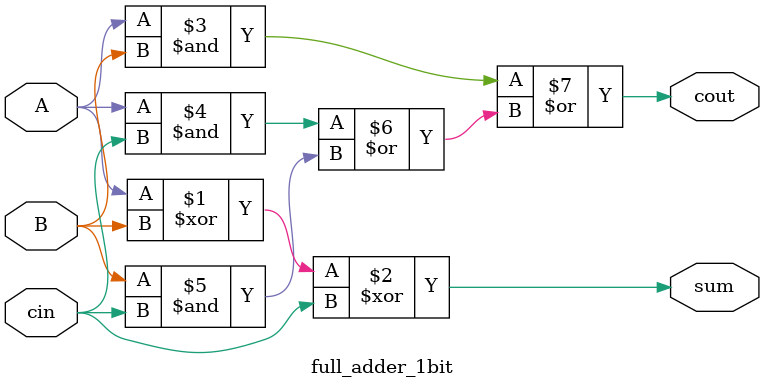
<source format=v>
module full_adder_1bit (A, B, cin, cout, sum);

  input A, B, cin;
  output sum, cout;

  assign sum = A ^ B ^ cin;
  assign cout = (A & B) | ((A & cin) | (B & cin));

endmodule

</source>
